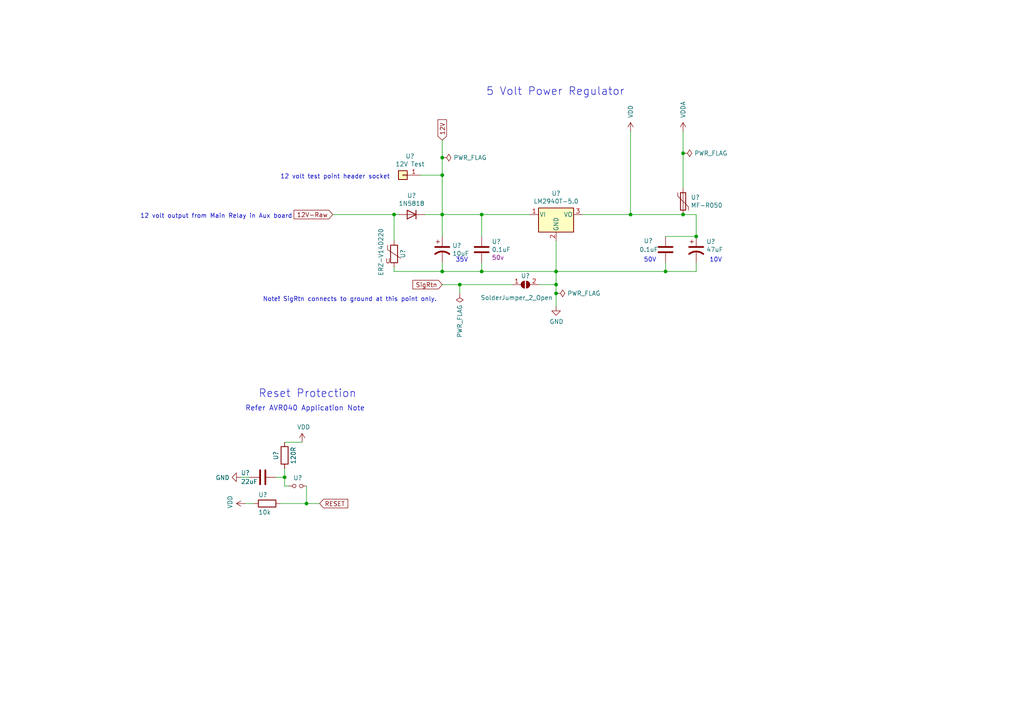
<source format=kicad_sch>
(kicad_sch (version 20211123) (generator eeschema)

  (uuid 69f85043-de98-42a3-8202-813e34a04386)

  (paper "A4")

  (title_block
    (title "DP1600i")
    (date "2022-11-11")
    (company "Robert Hiebert")
  )

  (lib_symbols
    (symbol "Connector_Generic:Conn_01x01" (pin_names (offset 1.016) hide) (in_bom yes) (on_board yes)
      (property "Reference" "J" (id 0) (at 0 2.54 0)
        (effects (font (size 1.27 1.27)))
      )
      (property "Value" "Conn_01x01" (id 1) (at 0 -2.54 0)
        (effects (font (size 1.27 1.27)))
      )
      (property "Footprint" "" (id 2) (at 0 0 0)
        (effects (font (size 1.27 1.27)) hide)
      )
      (property "Datasheet" "~" (id 3) (at 0 0 0)
        (effects (font (size 1.27 1.27)) hide)
      )
      (property "ki_keywords" "connector" (id 4) (at 0 0 0)
        (effects (font (size 1.27 1.27)) hide)
      )
      (property "ki_description" "Generic connector, single row, 01x01, script generated (kicad-library-utils/schlib/autogen/connector/)" (id 5) (at 0 0 0)
        (effects (font (size 1.27 1.27)) hide)
      )
      (property "ki_fp_filters" "Connector*:*_1x??_*" (id 6) (at 0 0 0)
        (effects (font (size 1.27 1.27)) hide)
      )
      (symbol "Conn_01x01_1_1"
        (rectangle (start -1.27 0.127) (end 0 -0.127)
          (stroke (width 0.1524) (type default) (color 0 0 0 0))
          (fill (type none))
        )
        (rectangle (start -1.27 1.27) (end 1.27 -1.27)
          (stroke (width 0.254) (type default) (color 0 0 0 0))
          (fill (type background))
        )
        (pin passive line (at -5.08 0 0) (length 3.81)
          (name "Pin_1" (effects (font (size 1.27 1.27))))
          (number "1" (effects (font (size 1.27 1.27))))
        )
      )
    )
    (symbol "DP1600i-rescue:CP1-Device" (pin_numbers hide) (pin_names (offset 0.254) hide) (in_bom yes) (on_board yes)
      (property "Reference" "C" (id 0) (at 0.635 2.54 0)
        (effects (font (size 1.27 1.27)) (justify left))
      )
      (property "Value" "CP1-Device" (id 1) (at 0.635 -2.54 0)
        (effects (font (size 1.27 1.27)) (justify left))
      )
      (property "Footprint" "" (id 2) (at 0 0 0)
        (effects (font (size 1.27 1.27)) hide)
      )
      (property "Datasheet" "" (id 3) (at 0 0 0)
        (effects (font (size 1.27 1.27)) hide)
      )
      (property "ki_fp_filters" "CP_*" (id 4) (at 0 0 0)
        (effects (font (size 1.27 1.27)) hide)
      )
      (symbol "CP1-Device_0_1"
        (polyline
          (pts
            (xy -2.032 0.762)
            (xy 2.032 0.762)
          )
          (stroke (width 0.508) (type default) (color 0 0 0 0))
          (fill (type none))
        )
        (polyline
          (pts
            (xy -1.778 2.286)
            (xy -0.762 2.286)
          )
          (stroke (width 0) (type default) (color 0 0 0 0))
          (fill (type none))
        )
        (polyline
          (pts
            (xy -1.27 1.778)
            (xy -1.27 2.794)
          )
          (stroke (width 0) (type default) (color 0 0 0 0))
          (fill (type none))
        )
        (arc (start 2.032 -1.27) (mid 0 -0.5572) (end -2.032 -1.27)
          (stroke (width 0.508) (type default) (color 0 0 0 0))
          (fill (type none))
        )
      )
      (symbol "CP1-Device_1_1"
        (pin passive line (at 0 3.81 270) (length 2.794)
          (name "~" (effects (font (size 1.27 1.27))))
          (number "1" (effects (font (size 1.27 1.27))))
        )
        (pin passive line (at 0 -3.81 90) (length 3.302)
          (name "~" (effects (font (size 1.27 1.27))))
          (number "2" (effects (font (size 1.27 1.27))))
        )
      )
    )
    (symbol "DP1600i-rescue:Jumper_NO_Small-Device" (pin_numbers hide) (pin_names (offset 0.762) hide) (in_bom yes) (on_board yes)
      (property "Reference" "JP" (id 0) (at 0 2.032 0)
        (effects (font (size 1.27 1.27)))
      )
      (property "Value" "Jumper_NO_Small-Device" (id 1) (at 0.254 -1.524 0)
        (effects (font (size 1.27 1.27)))
      )
      (property "Footprint" "" (id 2) (at 0 0 0)
        (effects (font (size 1.27 1.27)) hide)
      )
      (property "Datasheet" "" (id 3) (at 0 0 0)
        (effects (font (size 1.27 1.27)) hide)
      )
      (property "ki_fp_filters" "SolderJumper*Open* Jumper* TestPoint*2Pads* TestPoint*Bridge*" (id 4) (at 0 0 0)
        (effects (font (size 1.27 1.27)) hide)
      )
      (symbol "Jumper_NO_Small-Device_0_1"
        (circle (center -1.016 0) (radius 0.508)
          (stroke (width 0) (type default) (color 0 0 0 0))
          (fill (type none))
        )
        (circle (center 1.016 0) (radius 0.508)
          (stroke (width 0) (type default) (color 0 0 0 0))
          (fill (type none))
        )
        (pin passive line (at -2.54 0 0) (length 1.016)
          (name "1" (effects (font (size 1.27 1.27))))
          (number "1" (effects (font (size 1.27 1.27))))
        )
        (pin passive line (at 2.54 0 180) (length 1.016)
          (name "2" (effects (font (size 1.27 1.27))))
          (number "2" (effects (font (size 1.27 1.27))))
        )
      )
    )
    (symbol "Device:C" (pin_numbers hide) (pin_names (offset 0.254)) (in_bom yes) (on_board yes)
      (property "Reference" "C" (id 0) (at 0.635 2.54 0)
        (effects (font (size 1.27 1.27)) (justify left))
      )
      (property "Value" "C" (id 1) (at 0.635 -2.54 0)
        (effects (font (size 1.27 1.27)) (justify left))
      )
      (property "Footprint" "" (id 2) (at 0.9652 -3.81 0)
        (effects (font (size 1.27 1.27)) hide)
      )
      (property "Datasheet" "~" (id 3) (at 0 0 0)
        (effects (font (size 1.27 1.27)) hide)
      )
      (property "ki_keywords" "cap capacitor" (id 4) (at 0 0 0)
        (effects (font (size 1.27 1.27)) hide)
      )
      (property "ki_description" "Unpolarized capacitor" (id 5) (at 0 0 0)
        (effects (font (size 1.27 1.27)) hide)
      )
      (property "ki_fp_filters" "C_*" (id 6) (at 0 0 0)
        (effects (font (size 1.27 1.27)) hide)
      )
      (symbol "C_0_1"
        (polyline
          (pts
            (xy -2.032 -0.762)
            (xy 2.032 -0.762)
          )
          (stroke (width 0.508) (type default) (color 0 0 0 0))
          (fill (type none))
        )
        (polyline
          (pts
            (xy -2.032 0.762)
            (xy 2.032 0.762)
          )
          (stroke (width 0.508) (type default) (color 0 0 0 0))
          (fill (type none))
        )
      )
      (symbol "C_1_1"
        (pin passive line (at 0 3.81 270) (length 2.794)
          (name "~" (effects (font (size 1.27 1.27))))
          (number "1" (effects (font (size 1.27 1.27))))
        )
        (pin passive line (at 0 -3.81 90) (length 2.794)
          (name "~" (effects (font (size 1.27 1.27))))
          (number "2" (effects (font (size 1.27 1.27))))
        )
      )
    )
    (symbol "Device:D" (pin_numbers hide) (pin_names (offset 1.016) hide) (in_bom yes) (on_board yes)
      (property "Reference" "D" (id 0) (at 0 2.54 0)
        (effects (font (size 1.27 1.27)))
      )
      (property "Value" "D" (id 1) (at 0 -2.54 0)
        (effects (font (size 1.27 1.27)))
      )
      (property "Footprint" "" (id 2) (at 0 0 0)
        (effects (font (size 1.27 1.27)) hide)
      )
      (property "Datasheet" "~" (id 3) (at 0 0 0)
        (effects (font (size 1.27 1.27)) hide)
      )
      (property "ki_keywords" "diode" (id 4) (at 0 0 0)
        (effects (font (size 1.27 1.27)) hide)
      )
      (property "ki_description" "Diode" (id 5) (at 0 0 0)
        (effects (font (size 1.27 1.27)) hide)
      )
      (property "ki_fp_filters" "TO-???* *_Diode_* *SingleDiode* D_*" (id 6) (at 0 0 0)
        (effects (font (size 1.27 1.27)) hide)
      )
      (symbol "D_0_1"
        (polyline
          (pts
            (xy -1.27 1.27)
            (xy -1.27 -1.27)
          )
          (stroke (width 0.254) (type default) (color 0 0 0 0))
          (fill (type none))
        )
        (polyline
          (pts
            (xy 1.27 0)
            (xy -1.27 0)
          )
          (stroke (width 0) (type default) (color 0 0 0 0))
          (fill (type none))
        )
        (polyline
          (pts
            (xy 1.27 1.27)
            (xy 1.27 -1.27)
            (xy -1.27 0)
            (xy 1.27 1.27)
          )
          (stroke (width 0.254) (type default) (color 0 0 0 0))
          (fill (type none))
        )
      )
      (symbol "D_1_1"
        (pin passive line (at -3.81 0 0) (length 2.54)
          (name "K" (effects (font (size 1.27 1.27))))
          (number "1" (effects (font (size 1.27 1.27))))
        )
        (pin passive line (at 3.81 0 180) (length 2.54)
          (name "A" (effects (font (size 1.27 1.27))))
          (number "2" (effects (font (size 1.27 1.27))))
        )
      )
    )
    (symbol "Device:Polyfuse" (pin_numbers hide) (pin_names (offset 0)) (in_bom yes) (on_board yes)
      (property "Reference" "F" (id 0) (at -2.54 0 90)
        (effects (font (size 1.27 1.27)))
      )
      (property "Value" "Polyfuse" (id 1) (at 2.54 0 90)
        (effects (font (size 1.27 1.27)))
      )
      (property "Footprint" "" (id 2) (at 1.27 -5.08 0)
        (effects (font (size 1.27 1.27)) (justify left) hide)
      )
      (property "Datasheet" "~" (id 3) (at 0 0 0)
        (effects (font (size 1.27 1.27)) hide)
      )
      (property "ki_keywords" "resettable fuse PTC PPTC polyfuse polyswitch" (id 4) (at 0 0 0)
        (effects (font (size 1.27 1.27)) hide)
      )
      (property "ki_description" "Resettable fuse, polymeric positive temperature coefficient" (id 5) (at 0 0 0)
        (effects (font (size 1.27 1.27)) hide)
      )
      (property "ki_fp_filters" "*polyfuse* *PTC*" (id 6) (at 0 0 0)
        (effects (font (size 1.27 1.27)) hide)
      )
      (symbol "Polyfuse_0_1"
        (rectangle (start -0.762 2.54) (end 0.762 -2.54)
          (stroke (width 0.254) (type default) (color 0 0 0 0))
          (fill (type none))
        )
        (polyline
          (pts
            (xy 0 2.54)
            (xy 0 -2.54)
          )
          (stroke (width 0) (type default) (color 0 0 0 0))
          (fill (type none))
        )
        (polyline
          (pts
            (xy -1.524 2.54)
            (xy -1.524 1.524)
            (xy 1.524 -1.524)
            (xy 1.524 -2.54)
          )
          (stroke (width 0) (type default) (color 0 0 0 0))
          (fill (type none))
        )
      )
      (symbol "Polyfuse_1_1"
        (pin passive line (at 0 3.81 270) (length 1.27)
          (name "~" (effects (font (size 1.27 1.27))))
          (number "1" (effects (font (size 1.27 1.27))))
        )
        (pin passive line (at 0 -3.81 90) (length 1.27)
          (name "~" (effects (font (size 1.27 1.27))))
          (number "2" (effects (font (size 1.27 1.27))))
        )
      )
    )
    (symbol "Device:R" (pin_numbers hide) (pin_names (offset 0)) (in_bom yes) (on_board yes)
      (property "Reference" "R" (id 0) (at 2.032 0 90)
        (effects (font (size 1.27 1.27)))
      )
      (property "Value" "R" (id 1) (at 0 0 90)
        (effects (font (size 1.27 1.27)))
      )
      (property "Footprint" "" (id 2) (at -1.778 0 90)
        (effects (font (size 1.27 1.27)) hide)
      )
      (property "Datasheet" "~" (id 3) (at 0 0 0)
        (effects (font (size 1.27 1.27)) hide)
      )
      (property "ki_keywords" "R res resistor" (id 4) (at 0 0 0)
        (effects (font (size 1.27 1.27)) hide)
      )
      (property "ki_description" "Resistor" (id 5) (at 0 0 0)
        (effects (font (size 1.27 1.27)) hide)
      )
      (property "ki_fp_filters" "R_*" (id 6) (at 0 0 0)
        (effects (font (size 1.27 1.27)) hide)
      )
      (symbol "R_0_1"
        (rectangle (start -1.016 -2.54) (end 1.016 2.54)
          (stroke (width 0.254) (type default) (color 0 0 0 0))
          (fill (type none))
        )
      )
      (symbol "R_1_1"
        (pin passive line (at 0 3.81 270) (length 1.27)
          (name "~" (effects (font (size 1.27 1.27))))
          (number "1" (effects (font (size 1.27 1.27))))
        )
        (pin passive line (at 0 -3.81 90) (length 1.27)
          (name "~" (effects (font (size 1.27 1.27))))
          (number "2" (effects (font (size 1.27 1.27))))
        )
      )
    )
    (symbol "Device:Varistor" (pin_numbers hide) (pin_names (offset 0)) (in_bom yes) (on_board yes)
      (property "Reference" "RV" (id 0) (at 3.175 0 90)
        (effects (font (size 1.27 1.27)))
      )
      (property "Value" "Varistor" (id 1) (at -3.175 0 90)
        (effects (font (size 1.27 1.27)))
      )
      (property "Footprint" "" (id 2) (at -1.778 0 90)
        (effects (font (size 1.27 1.27)) hide)
      )
      (property "Datasheet" "~" (id 3) (at 0 0 0)
        (effects (font (size 1.27 1.27)) hide)
      )
      (property "ki_keywords" "VDR resistance" (id 4) (at 0 0 0)
        (effects (font (size 1.27 1.27)) hide)
      )
      (property "ki_description" "Voltage dependent resistor" (id 5) (at 0 0 0)
        (effects (font (size 1.27 1.27)) hide)
      )
      (property "ki_fp_filters" "RV_* Varistor*" (id 6) (at 0 0 0)
        (effects (font (size 1.27 1.27)) hide)
      )
      (symbol "Varistor_0_0"
        (text "U" (at -1.778 -2.032 0)
          (effects (font (size 1.27 1.27)))
        )
      )
      (symbol "Varistor_0_1"
        (rectangle (start -1.016 -2.54) (end 1.016 2.54)
          (stroke (width 0.254) (type default) (color 0 0 0 0))
          (fill (type none))
        )
        (polyline
          (pts
            (xy -1.905 2.54)
            (xy -1.905 1.27)
            (xy 1.905 -1.27)
          )
          (stroke (width 0) (type default) (color 0 0 0 0))
          (fill (type none))
        )
      )
      (symbol "Varistor_1_1"
        (pin passive line (at 0 3.81 270) (length 1.27)
          (name "~" (effects (font (size 1.27 1.27))))
          (number "1" (effects (font (size 1.27 1.27))))
        )
        (pin passive line (at 0 -3.81 90) (length 1.27)
          (name "~" (effects (font (size 1.27 1.27))))
          (number "2" (effects (font (size 1.27 1.27))))
        )
      )
    )
    (symbol "Jumper:SolderJumper_2_Open" (pin_names (offset 0) hide) (in_bom yes) (on_board yes)
      (property "Reference" "JP" (id 0) (at 0 2.032 0)
        (effects (font (size 1.27 1.27)))
      )
      (property "Value" "SolderJumper_2_Open" (id 1) (at 0 -2.54 0)
        (effects (font (size 1.27 1.27)))
      )
      (property "Footprint" "" (id 2) (at 0 0 0)
        (effects (font (size 1.27 1.27)) hide)
      )
      (property "Datasheet" "~" (id 3) (at 0 0 0)
        (effects (font (size 1.27 1.27)) hide)
      )
      (property "ki_keywords" "solder jumper SPST" (id 4) (at 0 0 0)
        (effects (font (size 1.27 1.27)) hide)
      )
      (property "ki_description" "Solder Jumper, 2-pole, open" (id 5) (at 0 0 0)
        (effects (font (size 1.27 1.27)) hide)
      )
      (property "ki_fp_filters" "SolderJumper*Open*" (id 6) (at 0 0 0)
        (effects (font (size 1.27 1.27)) hide)
      )
      (symbol "SolderJumper_2_Open_0_1"
        (arc (start -0.254 1.016) (mid -1.27 0) (end -0.254 -1.016)
          (stroke (width 0) (type default) (color 0 0 0 0))
          (fill (type none))
        )
        (arc (start -0.254 1.016) (mid -1.27 0) (end -0.254 -1.016)
          (stroke (width 0) (type default) (color 0 0 0 0))
          (fill (type outline))
        )
        (polyline
          (pts
            (xy -0.254 1.016)
            (xy -0.254 -1.016)
          )
          (stroke (width 0) (type default) (color 0 0 0 0))
          (fill (type none))
        )
        (polyline
          (pts
            (xy 0.254 1.016)
            (xy 0.254 -1.016)
          )
          (stroke (width 0) (type default) (color 0 0 0 0))
          (fill (type none))
        )
        (arc (start 0.254 -1.016) (mid 1.27 0) (end 0.254 1.016)
          (stroke (width 0) (type default) (color 0 0 0 0))
          (fill (type none))
        )
        (arc (start 0.254 -1.016) (mid 1.27 0) (end 0.254 1.016)
          (stroke (width 0) (type default) (color 0 0 0 0))
          (fill (type outline))
        )
      )
      (symbol "SolderJumper_2_Open_1_1"
        (pin passive line (at -3.81 0 0) (length 2.54)
          (name "A" (effects (font (size 1.27 1.27))))
          (number "1" (effects (font (size 1.27 1.27))))
        )
        (pin passive line (at 3.81 0 180) (length 2.54)
          (name "B" (effects (font (size 1.27 1.27))))
          (number "2" (effects (font (size 1.27 1.27))))
        )
      )
    )
    (symbol "Regulator_Linear:LM2937xS" (pin_names (offset 0.254)) (in_bom yes) (on_board yes)
      (property "Reference" "U" (id 0) (at -3.81 3.175 0)
        (effects (font (size 1.27 1.27)))
      )
      (property "Value" "LM2937xS" (id 1) (at 0 3.175 0)
        (effects (font (size 1.27 1.27)) (justify left))
      )
      (property "Footprint" "Package_TO_SOT_SMD:TO-263-3_TabPin2" (id 2) (at 0 5.715 0)
        (effects (font (size 1.27 1.27) italic) hide)
      )
      (property "Datasheet" "http://www.ti.com/lit/ds/symlink/lm2937.pdf" (id 3) (at 0 -1.27 0)
        (effects (font (size 1.27 1.27)) hide)
      )
      (property "ki_keywords" "Voltage Regulator Low Dropuout Positive LDO" (id 4) (at 0 0 0)
        (effects (font (size 1.27 1.27)) hide)
      )
      (property "ki_description" "500-mA Low Dropout Regulator, TO-263" (id 5) (at 0 0 0)
        (effects (font (size 1.27 1.27)) hide)
      )
      (property "ki_fp_filters" "TO?263*" (id 6) (at 0 0 0)
        (effects (font (size 1.27 1.27)) hide)
      )
      (symbol "LM2937xS_0_1"
        (rectangle (start -5.08 -5.08) (end 5.08 1.905)
          (stroke (width 0.254) (type default) (color 0 0 0 0))
          (fill (type background))
        )
      )
      (symbol "LM2937xS_1_1"
        (pin power_in line (at -7.62 0 0) (length 2.54)
          (name "VI" (effects (font (size 1.27 1.27))))
          (number "1" (effects (font (size 1.27 1.27))))
        )
        (pin power_in line (at 0 -7.62 90) (length 2.54)
          (name "GND" (effects (font (size 1.27 1.27))))
          (number "2" (effects (font (size 1.27 1.27))))
        )
        (pin power_out line (at 7.62 0 180) (length 2.54)
          (name "VO" (effects (font (size 1.27 1.27))))
          (number "3" (effects (font (size 1.27 1.27))))
        )
      )
    )
    (symbol "power:GND" (power) (pin_names (offset 0)) (in_bom yes) (on_board yes)
      (property "Reference" "#PWR" (id 0) (at 0 -6.35 0)
        (effects (font (size 1.27 1.27)) hide)
      )
      (property "Value" "GND" (id 1) (at 0 -3.81 0)
        (effects (font (size 1.27 1.27)))
      )
      (property "Footprint" "" (id 2) (at 0 0 0)
        (effects (font (size 1.27 1.27)) hide)
      )
      (property "Datasheet" "" (id 3) (at 0 0 0)
        (effects (font (size 1.27 1.27)) hide)
      )
      (property "ki_keywords" "power-flag" (id 4) (at 0 0 0)
        (effects (font (size 1.27 1.27)) hide)
      )
      (property "ki_description" "Power symbol creates a global label with name \"GND\" , ground" (id 5) (at 0 0 0)
        (effects (font (size 1.27 1.27)) hide)
      )
      (symbol "GND_0_1"
        (polyline
          (pts
            (xy 0 0)
            (xy 0 -1.27)
            (xy 1.27 -1.27)
            (xy 0 -2.54)
            (xy -1.27 -1.27)
            (xy 0 -1.27)
          )
          (stroke (width 0) (type default) (color 0 0 0 0))
          (fill (type none))
        )
      )
      (symbol "GND_1_1"
        (pin power_in line (at 0 0 270) (length 0) hide
          (name "GND" (effects (font (size 1.27 1.27))))
          (number "1" (effects (font (size 1.27 1.27))))
        )
      )
    )
    (symbol "power:PWR_FLAG" (power) (pin_numbers hide) (pin_names (offset 0) hide) (in_bom yes) (on_board yes)
      (property "Reference" "#FLG" (id 0) (at 0 1.905 0)
        (effects (font (size 1.27 1.27)) hide)
      )
      (property "Value" "PWR_FLAG" (id 1) (at 0 3.81 0)
        (effects (font (size 1.27 1.27)))
      )
      (property "Footprint" "" (id 2) (at 0 0 0)
        (effects (font (size 1.27 1.27)) hide)
      )
      (property "Datasheet" "~" (id 3) (at 0 0 0)
        (effects (font (size 1.27 1.27)) hide)
      )
      (property "ki_keywords" "power-flag" (id 4) (at 0 0 0)
        (effects (font (size 1.27 1.27)) hide)
      )
      (property "ki_description" "Special symbol for telling ERC where power comes from" (id 5) (at 0 0 0)
        (effects (font (size 1.27 1.27)) hide)
      )
      (symbol "PWR_FLAG_0_0"
        (pin power_out line (at 0 0 90) (length 0)
          (name "pwr" (effects (font (size 1.27 1.27))))
          (number "1" (effects (font (size 1.27 1.27))))
        )
      )
      (symbol "PWR_FLAG_0_1"
        (polyline
          (pts
            (xy 0 0)
            (xy 0 1.27)
            (xy -1.016 1.905)
            (xy 0 2.54)
            (xy 1.016 1.905)
            (xy 0 1.27)
          )
          (stroke (width 0) (type default) (color 0 0 0 0))
          (fill (type none))
        )
      )
    )
    (symbol "power:VDD" (power) (pin_names (offset 0)) (in_bom yes) (on_board yes)
      (property "Reference" "#PWR" (id 0) (at 0 -3.81 0)
        (effects (font (size 1.27 1.27)) hide)
      )
      (property "Value" "VDD" (id 1) (at 0 3.81 0)
        (effects (font (size 1.27 1.27)))
      )
      (property "Footprint" "" (id 2) (at 0 0 0)
        (effects (font (size 1.27 1.27)) hide)
      )
      (property "Datasheet" "" (id 3) (at 0 0 0)
        (effects (font (size 1.27 1.27)) hide)
      )
      (property "ki_keywords" "power-flag" (id 4) (at 0 0 0)
        (effects (font (size 1.27 1.27)) hide)
      )
      (property "ki_description" "Power symbol creates a global label with name \"VDD\"" (id 5) (at 0 0 0)
        (effects (font (size 1.27 1.27)) hide)
      )
      (symbol "VDD_0_1"
        (polyline
          (pts
            (xy -0.762 1.27)
            (xy 0 2.54)
          )
          (stroke (width 0) (type default) (color 0 0 0 0))
          (fill (type none))
        )
        (polyline
          (pts
            (xy 0 0)
            (xy 0 2.54)
          )
          (stroke (width 0) (type default) (color 0 0 0 0))
          (fill (type none))
        )
        (polyline
          (pts
            (xy 0 2.54)
            (xy 0.762 1.27)
          )
          (stroke (width 0) (type default) (color 0 0 0 0))
          (fill (type none))
        )
      )
      (symbol "VDD_1_1"
        (pin power_in line (at 0 0 90) (length 0) hide
          (name "VDD" (effects (font (size 1.27 1.27))))
          (number "1" (effects (font (size 1.27 1.27))))
        )
      )
    )
    (symbol "power:VDDA" (power) (pin_names (offset 0)) (in_bom yes) (on_board yes)
      (property "Reference" "#PWR" (id 0) (at 0 -3.81 0)
        (effects (font (size 1.27 1.27)) hide)
      )
      (property "Value" "VDDA" (id 1) (at 0 3.81 0)
        (effects (font (size 1.27 1.27)))
      )
      (property "Footprint" "" (id 2) (at 0 0 0)
        (effects (font (size 1.27 1.27)) hide)
      )
      (property "Datasheet" "" (id 3) (at 0 0 0)
        (effects (font (size 1.27 1.27)) hide)
      )
      (property "ki_keywords" "power-flag" (id 4) (at 0 0 0)
        (effects (font (size 1.27 1.27)) hide)
      )
      (property "ki_description" "Power symbol creates a global label with name \"VDDA\"" (id 5) (at 0 0 0)
        (effects (font (size 1.27 1.27)) hide)
      )
      (symbol "VDDA_0_1"
        (polyline
          (pts
            (xy -0.762 1.27)
            (xy 0 2.54)
          )
          (stroke (width 0) (type default) (color 0 0 0 0))
          (fill (type none))
        )
        (polyline
          (pts
            (xy 0 0)
            (xy 0 2.54)
          )
          (stroke (width 0) (type default) (color 0 0 0 0))
          (fill (type none))
        )
        (polyline
          (pts
            (xy 0 2.54)
            (xy 0.762 1.27)
          )
          (stroke (width 0) (type default) (color 0 0 0 0))
          (fill (type none))
        )
      )
      (symbol "VDDA_1_1"
        (pin power_in line (at 0 0 90) (length 0) hide
          (name "VDDA" (effects (font (size 1.27 1.27))))
          (number "1" (effects (font (size 1.27 1.27))))
        )
      )
    )
  )

  (junction (at 201.93 68.58) (diameter 0) (color 0 0 0 0)
    (uuid 09b754ff-b921-4a0e-acbe-b8f7c94d5097)
  )
  (junction (at 114.3 62.23) (diameter 0) (color 0 0 0 0)
    (uuid 182e914f-5bd0-46e2-9235-9db992060274)
  )
  (junction (at 198.12 44.45) (diameter 0) (color 0 0 0 0)
    (uuid 206364bf-c9f3-4894-8214-7dd2a0c6056f)
  )
  (junction (at 139.7 78.74) (diameter 0) (color 0 0 0 0)
    (uuid 33d89f3d-0807-4d66-82e7-de68f1787cdb)
  )
  (junction (at 128.27 45.72) (diameter 0) (color 0 0 0 0)
    (uuid 34ac821a-34d1-43fe-a44f-0c1767915c3c)
  )
  (junction (at 161.29 85.09) (diameter 0) (color 0 0 0 0)
    (uuid 37083bb8-de0d-4b74-982f-e51a0e166b26)
  )
  (junction (at 128.27 78.74) (diameter 0) (color 0 0 0 0)
    (uuid 44c5a0c2-9a41-4a42-9a7c-8f78d8fba118)
  )
  (junction (at 88.9 146.05) (diameter 0) (color 0 0 0 0)
    (uuid 4bd00640-9a01-4546-b5b5-106cf3a69d55)
  )
  (junction (at 198.12 62.23) (diameter 0) (color 0 0 0 0)
    (uuid 5ac66c45-fb05-4370-90e0-c53cfb7a8f81)
  )
  (junction (at 161.29 78.74) (diameter 0) (color 0 0 0 0)
    (uuid 60e6aa71-ef52-4b7b-9a23-2d9278b78578)
  )
  (junction (at 182.88 62.23) (diameter 0) (color 0 0 0 0)
    (uuid 70af37af-e0a2-4656-b726-70c4332aaa9e)
  )
  (junction (at 133.35 82.55) (diameter 0) (color 0 0 0 0)
    (uuid 7304aefd-bae0-4197-a786-cb8ffbb04287)
  )
  (junction (at 128.27 50.8) (diameter 0) (color 0 0 0 0)
    (uuid 7ce5fa2d-2360-40cc-a2c8-f04ef6943880)
  )
  (junction (at 82.55 138.43) (diameter 0) (color 0 0 0 0)
    (uuid 90518c23-a55c-478b-ad0e-262a8cb4d605)
  )
  (junction (at 128.27 62.23) (diameter 0) (color 0 0 0 0)
    (uuid a848f3fe-5e15-44f2-ab1f-a63a47096de6)
  )
  (junction (at 193.04 78.74) (diameter 0) (color 0 0 0 0)
    (uuid c42a54ce-f6e6-45df-a579-210d0e14acaf)
  )
  (junction (at 139.7 62.23) (diameter 0) (color 0 0 0 0)
    (uuid d36b2517-29f0-43a3-bcea-ec11a160ef2b)
  )
  (junction (at 161.29 82.55) (diameter 0) (color 0 0 0 0)
    (uuid edb1195c-2873-4282-a3d9-f4a5baa81e05)
  )

  (wire (pts (xy 139.7 76.2) (xy 139.7 78.74))
    (stroke (width 0) (type default) (color 0 0 0 0))
    (uuid 11ca058b-95d4-4f7c-8823-8eb0f7494799)
  )
  (wire (pts (xy 82.55 138.43) (xy 82.55 135.89))
    (stroke (width 0) (type default) (color 0 0 0 0))
    (uuid 130316f7-7ece-4001-a2b7-741b2484e958)
  )
  (wire (pts (xy 114.3 62.23) (xy 115.57 62.23))
    (stroke (width 0) (type default) (color 0 0 0 0))
    (uuid 13760f03-229b-405a-a628-8d0740d21532)
  )
  (wire (pts (xy 128.27 45.72) (xy 128.27 40.64))
    (stroke (width 0) (type default) (color 0 0 0 0))
    (uuid 17091408-adbb-46c0-9752-855fe078e20c)
  )
  (wire (pts (xy 128.27 76.2) (xy 128.27 78.74))
    (stroke (width 0) (type default) (color 0 0 0 0))
    (uuid 19e7aef1-1696-406e-895e-2aee5175d812)
  )
  (wire (pts (xy 161.29 82.55) (xy 161.29 85.09))
    (stroke (width 0) (type default) (color 0 0 0 0))
    (uuid 2ae66d0d-91d8-4fb7-a873-34631e5e651f)
  )
  (wire (pts (xy 82.55 140.97) (xy 82.55 138.43))
    (stroke (width 0) (type default) (color 0 0 0 0))
    (uuid 2b37af83-1bf2-4972-a7d1-2dd177d08efc)
  )
  (wire (pts (xy 182.88 38.1) (xy 182.88 62.23))
    (stroke (width 0) (type default) (color 0 0 0 0))
    (uuid 2c2a251e-1e55-48c6-b8d0-cde4d4ff883f)
  )
  (wire (pts (xy 88.9 140.97) (xy 88.9 146.05))
    (stroke (width 0) (type default) (color 0 0 0 0))
    (uuid 2f1f25a2-f8eb-4e25-87f7-91e181398a45)
  )
  (wire (pts (xy 81.28 146.05) (xy 88.9 146.05))
    (stroke (width 0) (type default) (color 0 0 0 0))
    (uuid 2f9d0178-94ab-430a-b495-f8e260cb3ccd)
  )
  (wire (pts (xy 201.93 62.23) (xy 201.93 68.58))
    (stroke (width 0) (type default) (color 0 0 0 0))
    (uuid 36a091b9-ab57-4dd4-88f4-a4cd55fd4fa0)
  )
  (wire (pts (xy 128.27 82.55) (xy 133.35 82.55))
    (stroke (width 0) (type default) (color 0 0 0 0))
    (uuid 3b4bfa9d-99de-4fdb-a071-280a7aed2eb3)
  )
  (wire (pts (xy 114.3 78.74) (xy 128.27 78.74))
    (stroke (width 0) (type default) (color 0 0 0 0))
    (uuid 3dfd7977-d62e-4141-bddc-87a7a8c8fa4c)
  )
  (wire (pts (xy 133.35 82.55) (xy 148.59 82.55))
    (stroke (width 0) (type default) (color 0 0 0 0))
    (uuid 3e53d8ab-147b-45bf-964c-07f98d27f090)
  )
  (wire (pts (xy 114.3 69.85) (xy 114.3 62.23))
    (stroke (width 0) (type default) (color 0 0 0 0))
    (uuid 45870d73-1378-4702-9fa2-70fd56518f5a)
  )
  (wire (pts (xy 96.52 62.23) (xy 114.3 62.23))
    (stroke (width 0) (type default) (color 0 0 0 0))
    (uuid 4afeaef5-799b-4c51-b76c-abe2ed56ebb3)
  )
  (wire (pts (xy 198.12 38.1) (xy 198.12 44.45))
    (stroke (width 0) (type default) (color 0 0 0 0))
    (uuid 4bc3d269-a5df-4192-ba3f-3dc35423cd16)
  )
  (wire (pts (xy 201.93 76.2) (xy 201.93 78.74))
    (stroke (width 0) (type default) (color 0 0 0 0))
    (uuid 4eb2550b-ba7b-4c83-bc20-37bb850993d2)
  )
  (wire (pts (xy 161.29 78.74) (xy 161.29 82.55))
    (stroke (width 0) (type default) (color 0 0 0 0))
    (uuid 62ec4465-f661-4424-a05b-86a4bbe27e4d)
  )
  (wire (pts (xy 161.29 69.85) (xy 161.29 78.74))
    (stroke (width 0) (type default) (color 0 0 0 0))
    (uuid 6346225e-db3f-4414-976a-89dfc8c9678f)
  )
  (wire (pts (xy 182.88 62.23) (xy 198.12 62.23))
    (stroke (width 0) (type default) (color 0 0 0 0))
    (uuid 6d1e8533-7e24-47d0-a0fb-e38a13d360e6)
  )
  (wire (pts (xy 201.93 78.74) (xy 193.04 78.74))
    (stroke (width 0) (type default) (color 0 0 0 0))
    (uuid 6daebae1-21f6-4e5e-89cf-1eb0fbe1f840)
  )
  (wire (pts (xy 161.29 85.09) (xy 161.29 88.9))
    (stroke (width 0) (type default) (color 0 0 0 0))
    (uuid 74b263c4-1505-40d9-9d27-a4f362de1027)
  )
  (wire (pts (xy 121.92 50.8) (xy 128.27 50.8))
    (stroke (width 0) (type default) (color 0 0 0 0))
    (uuid 8ab9e9a7-696e-40e9-9fad-5c053be453a1)
  )
  (wire (pts (xy 128.27 78.74) (xy 139.7 78.74))
    (stroke (width 0) (type default) (color 0 0 0 0))
    (uuid 9014c3b3-51ce-4745-9dc4-61e45be89b2e)
  )
  (wire (pts (xy 123.19 62.23) (xy 128.27 62.23))
    (stroke (width 0) (type default) (color 0 0 0 0))
    (uuid 90e8f6f5-f05e-4407-bc3b-bf877225f353)
  )
  (wire (pts (xy 80.01 138.43) (xy 82.55 138.43))
    (stroke (width 0) (type default) (color 0 0 0 0))
    (uuid 9227aedc-d2cd-46f3-9ef2-5c188790406e)
  )
  (wire (pts (xy 69.85 138.43) (xy 72.39 138.43))
    (stroke (width 0) (type default) (color 0 0 0 0))
    (uuid 95002949-6fad-4243-90f7-e2e6f20b5607)
  )
  (wire (pts (xy 139.7 68.58) (xy 139.7 62.23))
    (stroke (width 0) (type default) (color 0 0 0 0))
    (uuid 960b6671-c533-4151-a242-5152da80c133)
  )
  (wire (pts (xy 156.21 82.55) (xy 161.29 82.55))
    (stroke (width 0) (type default) (color 0 0 0 0))
    (uuid 9e0c589d-f479-45c7-bc2c-3694e205c619)
  )
  (wire (pts (xy 82.55 128.27) (xy 87.63 128.27))
    (stroke (width 0) (type default) (color 0 0 0 0))
    (uuid a6f94625-8c9d-4158-86f3-b150ec617d9d)
  )
  (wire (pts (xy 133.35 85.09) (xy 133.35 82.55))
    (stroke (width 0) (type default) (color 0 0 0 0))
    (uuid a996bd18-0b15-470a-839e-7c7296f8d2c8)
  )
  (wire (pts (xy 193.04 68.58) (xy 201.93 68.58))
    (stroke (width 0) (type default) (color 0 0 0 0))
    (uuid c5abcae6-76fa-406b-8fed-359d3e1b71fb)
  )
  (wire (pts (xy 139.7 78.74) (xy 161.29 78.74))
    (stroke (width 0) (type default) (color 0 0 0 0))
    (uuid cdb8aa0d-8a80-4ddf-ae03-2cb1d84eeaee)
  )
  (wire (pts (xy 82.55 140.97) (xy 83.82 140.97))
    (stroke (width 0) (type default) (color 0 0 0 0))
    (uuid ced81842-6ee1-43ca-9ef2-6f27771505fe)
  )
  (wire (pts (xy 193.04 76.2) (xy 193.04 78.74))
    (stroke (width 0) (type default) (color 0 0 0 0))
    (uuid d2a474c1-ecee-4c30-9364-867a2108d0ed)
  )
  (wire (pts (xy 168.91 62.23) (xy 182.88 62.23))
    (stroke (width 0) (type default) (color 0 0 0 0))
    (uuid da462461-c412-4401-bad4-6a7afd222d99)
  )
  (wire (pts (xy 71.12 146.05) (xy 73.66 146.05))
    (stroke (width 0) (type default) (color 0 0 0 0))
    (uuid daff63c7-bce2-4014-9e75-97ac1c5e10df)
  )
  (wire (pts (xy 128.27 62.23) (xy 139.7 62.23))
    (stroke (width 0) (type default) (color 0 0 0 0))
    (uuid df6d2515-9682-4c5d-8426-9b8ba6efa161)
  )
  (wire (pts (xy 198.12 44.45) (xy 198.12 54.61))
    (stroke (width 0) (type default) (color 0 0 0 0))
    (uuid df90b959-cdcb-4f3b-9db3-4cc31487bd35)
  )
  (wire (pts (xy 139.7 62.23) (xy 153.67 62.23))
    (stroke (width 0) (type default) (color 0 0 0 0))
    (uuid e3d20242-ddb9-4e45-9119-4827f60c816e)
  )
  (wire (pts (xy 128.27 62.23) (xy 128.27 68.58))
    (stroke (width 0) (type default) (color 0 0 0 0))
    (uuid ec8ec5d5-7596-4cd8-ae20-5d0dbd5674a1)
  )
  (wire (pts (xy 88.9 146.05) (xy 92.71 146.05))
    (stroke (width 0) (type default) (color 0 0 0 0))
    (uuid eea1069d-3f75-48f9-aaa3-fbd66499a7d6)
  )
  (wire (pts (xy 128.27 50.8) (xy 128.27 62.23))
    (stroke (width 0) (type default) (color 0 0 0 0))
    (uuid ef3dc0d3-8273-41e8-830c-598801de69e2)
  )
  (wire (pts (xy 198.12 62.23) (xy 201.93 62.23))
    (stroke (width 0) (type default) (color 0 0 0 0))
    (uuid f22efe64-285e-40cc-8a36-74bceb071405)
  )
  (wire (pts (xy 161.29 78.74) (xy 193.04 78.74))
    (stroke (width 0) (type default) (color 0 0 0 0))
    (uuid f2b8b22e-ab11-42c5-8451-4a2ed58ff118)
  )
  (wire (pts (xy 128.27 45.72) (xy 128.27 50.8))
    (stroke (width 0) (type default) (color 0 0 0 0))
    (uuid f807125e-9622-4066-b53a-01ec4234ddba)
  )
  (wire (pts (xy 114.3 78.74) (xy 114.3 77.47))
    (stroke (width 0) (type default) (color 0 0 0 0))
    (uuid faa747e9-a058-4714-843d-0a9caf3dcbfd)
  )

  (text "12 volt output from Main Relay in Aux board" (at 40.64 63.5 0)
    (effects (font (size 1.27 1.27)) (justify left bottom))
    (uuid 0210821a-f7eb-4951-9fb2-aeac027b50f7)
  )
  (text "10V" (at 205.74 76.2 0)
    (effects (font (size 1.27 1.27)) (justify left bottom))
    (uuid 14ef3b86-793d-41d7-a923-374afaf5d7c3)
  )
  (text "Reset Protection" (at 74.93 115.57 0)
    (effects (font (size 2.2606 2.2606)) (justify left bottom))
    (uuid 2e6598e5-e670-4eaf-80cb-f0bc884c60b1)
  )
  (text "35V" (at 132.08 76.2 0)
    (effects (font (size 1.27 1.27)) (justify left bottom))
    (uuid 3cc82f80-e73d-4008-b80a-ce743ab4f479)
  )
  (text "Note! SigRtn connects to ground at this point only."
    (at 76.2 87.63 0)
    (effects (font (size 1.27 1.27)) (justify left bottom))
    (uuid 493235b3-ef65-4586-92c9-d1c6c3d39d88)
  )
  (text "50V" (at 186.69 76.2 0)
    (effects (font (size 1.27 1.27)) (justify left bottom))
    (uuid 4bf23c2c-0f6d-46ca-988f-fa1fc57aff2f)
  )
  (text "12 volt test point header socket" (at 81.28 52.07 0)
    (effects (font (size 1.27 1.27)) (justify left bottom))
    (uuid 5c2c7530-db7b-4585-b84e-2919b859753b)
  )
  (text "Refer AVR040 Application Note" (at 71.12 119.38 0)
    (effects (font (size 1.4732 1.4732)) (justify left bottom))
    (uuid 92f1ffae-3afe-494c-b9c1-c87c7bfb0ff7)
  )
  (text "5 Volt Power Regulator" (at 140.97 27.94 0)
    (effects (font (size 2.2606 2.2606)) (justify left bottom))
    (uuid aa14ec10-0c72-4e58-b5d2-ebd28cc59e2e)
  )

  (global_label "SigRtn" (shape input) (at 128.27 82.55 180) (fields_autoplaced)
    (effects (font (size 1.27 1.27)) (justify right))
    (uuid 0037988d-ef21-4b9a-bfd9-885adffdc076)
    (property "Intersheet References" "${INTERSHEET_REFS}" (id 0) (at 0 0 0)
      (effects (font (size 1.27 1.27)) hide)
    )
  )
  (global_label "RESET" (shape input) (at 92.71 146.05 0) (fields_autoplaced)
    (effects (font (size 1.27 1.27)) (justify left))
    (uuid 354ede3d-10a8-4919-9f9b-9cee77ae750a)
    (property "Intersheet References" "${INTERSHEET_REFS}" (id 0) (at 0 0 0)
      (effects (font (size 1.27 1.27)) hide)
    )
  )
  (global_label "12V-Raw" (shape input) (at 96.52 62.23 180) (fields_autoplaced)
    (effects (font (size 1.27 1.27)) (justify right))
    (uuid 7f1cec06-2b13-4a6c-b61d-38e6547fa25d)
    (property "Intersheet References" "${INTERSHEET_REFS}" (id 0) (at 0 0 0)
      (effects (font (size 1.27 1.27)) hide)
    )
  )
  (global_label "12V" (shape input) (at 128.27 40.64 90) (fields_autoplaced)
    (effects (font (size 1.27 1.27)) (justify left))
    (uuid b1ff9854-3042-4412-ab60-ee5c60c4075a)
    (property "Intersheet References" "${INTERSHEET_REFS}" (id 0) (at 0 0 0)
      (effects (font (size 1.27 1.27)) hide)
    )
  )

  (symbol (lib_id "Device:C") (at 139.7 72.39 0) (unit 1)
    (in_bom yes) (on_board yes)
    (uuid 00000000-0000-0000-0000-00005cd23bd5)
    (property "Reference" "" (id 0) (at 142.621 70.0786 0)
      (effects (font (size 1.27 1.27)) (justify left))
    )
    (property "Value" "0.1uF" (id 1) (at 142.621 72.39 0)
      (effects (font (size 1.27 1.27)) (justify left))
    )
    (property "Footprint" "Capacitor_THT:C_Disc_D5.0mm_W2.5mm_P2.50mm" (id 2) (at 140.6652 76.2 0)
      (effects (font (size 1.27 1.27)) hide)
    )
    (property "Datasheet" "~" (id 3) (at 139.7 72.39 0)
      (effects (font (size 1.27 1.27)) hide)
    )
    (property "Voltage" "50v" (id 4) (at 142.621 74.7014 0)
      (effects (font (size 1.27 1.27)) (justify left))
    )
    (property "Digikey Part Number" "445-180563-1-ND" (id 5) (at 0 144.78 0)
      (effects (font (size 1.27 1.27)) hide)
    )
    (property "Manufacturer_Name" "TDK" (id 6) (at 0 144.78 0)
      (effects (font (size 1.27 1.27)) hide)
    )
    (property "Manufacturer_Part_Number" "FA18X8R1E104KNU06" (id 7) (at 0 144.78 0)
      (effects (font (size 1.27 1.27)) hide)
    )
    (property "URL" "https://www.digikey.com.au/product-detail/en/tdk-corporation/FA18X8R1E104KNU06/445-180563-1-ND/9560689" (id 8) (at 0 144.78 0)
      (effects (font (size 1.27 1.27)) hide)
    )
    (pin "1" (uuid e141f570-08cf-4a5b-91fb-7b7b362c9b21))
    (pin "2" (uuid 3f43a193-29b1-4fc0-bd00-04b643c2c65d))
  )

  (symbol (lib_id "DP1600i-rescue:CP1-Device") (at 128.27 72.39 0) (unit 1)
    (in_bom yes) (on_board yes)
    (uuid 00000000-0000-0000-0000-00005cd2461d)
    (property "Reference" "" (id 0) (at 131.191 71.2216 0)
      (effects (font (size 1.27 1.27)) (justify left))
    )
    (property "Value" "10uF" (id 1) (at 131.191 73.533 0)
      (effects (font (size 1.27 1.27)) (justify left))
    )
    (property "Footprint" "Capacitor_THT:CP_Radial_D5.0mm_P2.00mm" (id 2) (at 128.27 72.39 0)
      (effects (font (size 1.27 1.27)) hide)
    )
    (property "Datasheet" "" (id 3) (at 128.27 72.39 0)
      (effects (font (size 1.27 1.27)) hide)
    )
    (property "Voltage" "50v" (id 4) (at 128.27 72.39 0)
      (effects (font (size 1.27 1.27)) hide)
    )
    (property "Digikey Part Number" "P10316-ND" (id 5) (at 0 144.78 0)
      (effects (font (size 1.27 1.27)) hide)
    )
    (property "Manufacturer_Name" "Panasonic" (id 6) (at 0 144.78 0)
      (effects (font (size 1.27 1.27)) hide)
    )
    (property "Manufacturer_Part_Number" "EEU-FC1H100L" (id 7) (at 0 144.78 0)
      (effects (font (size 1.27 1.27)) hide)
    )
    (property "URL" "https://www.digikey.com.au/product-detail/en/panasonic-electronic-components/EEU-FC1H100L/P10316-ND/266325" (id 8) (at 0 144.78 0)
      (effects (font (size 1.27 1.27)) hide)
    )
    (pin "1" (uuid 5c8dcc8d-3fc4-4125-a66f-1fe50f21ee2f))
    (pin "2" (uuid 0d2bc029-0247-4040-b544-14be96b9d831))
  )

  (symbol (lib_id "power:VDD") (at 182.88 38.1 0) (unit 1)
    (in_bom yes) (on_board yes)
    (uuid 00000000-0000-0000-0000-00005cd27956)
    (property "Reference" "#PWR035" (id 0) (at 182.88 41.91 0)
      (effects (font (size 1.27 1.27)) hide)
    )
    (property "Value" "VDD" (id 1) (at 182.88 34.29 90)
      (effects (font (size 1.27 1.27)) (justify left))
    )
    (property "Footprint" "" (id 2) (at 182.88 38.1 0)
      (effects (font (size 1.27 1.27)) hide)
    )
    (property "Datasheet" "" (id 3) (at 182.88 38.1 0)
      (effects (font (size 1.27 1.27)) hide)
    )
    (pin "1" (uuid ab8a2641-fac9-48d0-a713-432465322110))
  )

  (symbol (lib_id "Device:C") (at 193.04 72.39 0) (unit 1)
    (in_bom yes) (on_board yes)
    (uuid 00000000-0000-0000-0000-00005cd284e9)
    (property "Reference" "" (id 0) (at 186.69 69.85 0)
      (effects (font (size 1.27 1.27)) (justify left))
    )
    (property "Value" "0.1uF" (id 1) (at 185.42 72.39 0)
      (effects (font (size 1.27 1.27)) (justify left))
    )
    (property "Footprint" "Capacitor_THT:C_Disc_D5.0mm_W2.5mm_P2.50mm" (id 2) (at 194.0052 76.2 0)
      (effects (font (size 1.27 1.27)) hide)
    )
    (property "Datasheet" "~" (id 3) (at 193.04 72.39 0)
      (effects (font (size 1.27 1.27)) hide)
    )
    (property "Digikey Part Number" "445-180563-1-ND" (id 4) (at 17.78 144.78 0)
      (effects (font (size 1.27 1.27)) hide)
    )
    (property "Manufacturer_Name" "TDK" (id 5) (at 17.78 144.78 0)
      (effects (font (size 1.27 1.27)) hide)
    )
    (property "Manufacturer_Part_Number" "FA18X8R1E104KNU06" (id 6) (at 17.78 144.78 0)
      (effects (font (size 1.27 1.27)) hide)
    )
    (property "URL" "https://www.digikey.com.au/product-detail/en/tdk-corporation/FA18X8R1E104KNU06/445-180563-1-ND/9560689" (id 7) (at 17.78 144.78 0)
      (effects (font (size 1.27 1.27)) hide)
    )
    (pin "1" (uuid 8299a773-f760-405a-a4d6-7d8aaa6d23f9))
    (pin "2" (uuid 1f939a89-1232-4b65-ad37-b6dda5ec350b))
  )

  (symbol (lib_id "DP1600i-rescue:CP1-Device") (at 201.93 72.39 0) (unit 1)
    (in_bom yes) (on_board yes)
    (uuid 00000000-0000-0000-0000-00005cd2925e)
    (property "Reference" "" (id 0) (at 204.851 70.0786 0)
      (effects (font (size 1.27 1.27)) (justify left))
    )
    (property "Value" "47uF" (id 1) (at 204.851 72.39 0)
      (effects (font (size 1.27 1.27)) (justify left))
    )
    (property "Footprint" "Capacitor_THT:CP_Radial_D8.0mm_P5.00mm" (id 2) (at 201.93 72.39 0)
      (effects (font (size 1.27 1.27)) hide)
    )
    (property "Datasheet" "" (id 3) (at 201.93 72.39 0)
      (effects (font (size 1.27 1.27)) hide)
    )
    (property "Voltage" "" (id 4) (at 204.851 74.7014 0)
      (effects (font (size 1.27 1.27)) (justify left))
    )
    (property "Digikey Part Number" "P19658CT-ND" (id 5) (at 17.78 144.78 0)
      (effects (font (size 1.27 1.27)) hide)
    )
    (property "Manufacturer_Name" "Panasonic" (id 6) (at 17.78 144.78 0)
      (effects (font (size 1.27 1.27)) hide)
    )
    (property "Manufacturer_Part_Number" "EEU-FC1H470B" (id 7) (at 17.78 144.78 0)
      (effects (font (size 1.27 1.27)) hide)
    )
    (property "URL" "" (id 8) (at 17.78 144.78 0)
      (effects (font (size 1.27 1.27)) hide)
    )
    (pin "1" (uuid ba7703b3-8b10-4ab4-ba5a-1c1e10e1bc3f))
    (pin "2" (uuid 7a42725e-8b67-4d29-8f09-630bb12fe078))
  )

  (symbol (lib_id "power:GND") (at 161.29 88.9 0) (unit 1)
    (in_bom yes) (on_board yes)
    (uuid 00000000-0000-0000-0000-00005cd2ae08)
    (property "Reference" "#PWR034" (id 0) (at 161.29 95.25 0)
      (effects (font (size 1.27 1.27)) hide)
    )
    (property "Value" "GND" (id 1) (at 161.417 93.2942 0))
    (property "Footprint" "" (id 2) (at 161.29 88.9 0)
      (effects (font (size 1.27 1.27)) hide)
    )
    (property "Datasheet" "" (id 3) (at 161.29 88.9 0)
      (effects (font (size 1.27 1.27)) hide)
    )
    (pin "1" (uuid aaeda067-3e45-4b84-879e-93d2a8f94334))
  )

  (symbol (lib_id "Device:R") (at 77.47 146.05 270) (unit 1)
    (in_bom yes) (on_board yes)
    (uuid 00000000-0000-0000-0000-00005ce55978)
    (property "Reference" "" (id 0) (at 74.93 143.51 90)
      (effects (font (size 1.27 1.27)) (justify left))
    )
    (property "Value" "10k" (id 1) (at 74.93 148.59 90)
      (effects (font (size 1.27 1.27)) (justify left))
    )
    (property "Footprint" "Resistor_THT:R_Axial_DIN0207_L6.3mm_D2.5mm_P7.62mm_Horizontal" (id 2) (at 77.47 144.272 90)
      (effects (font (size 1.27 1.27)) hide)
    )
    (property "Datasheet" "~" (id 3) (at 77.47 146.05 0)
      (effects (font (size 1.27 1.27)) hide)
    )
    (property "Digikey Part Number" "BC10.0KXCT-ND" (id 4) (at -55.88 0 0)
      (effects (font (size 1.27 1.27)) hide)
    )
    (property "Manufacturer_Name" "Vishay" (id 5) (at -55.88 0 0)
      (effects (font (size 1.27 1.27)) hide)
    )
    (property "Manufacturer_Part_Number" "MBA02040C1002FRP00" (id 6) (at -55.88 0 0)
      (effects (font (size 1.27 1.27)) hide)
    )
    (property "URL" "https://www.digikey.com.au/product-detail/en/vishay-beyschlag-draloric-bc-components/MBA02040C1002FRP00/BC10-0KXCT-ND/336866" (id 7) (at -55.88 0 0)
      (effects (font (size 1.27 1.27)) hide)
    )
    (pin "1" (uuid 484cfad2-4f14-4c2b-8b66-4d2d386a38ac))
    (pin "2" (uuid 696448e2-7de1-4c5e-97de-1d4c2bc2cb92))
  )

  (symbol (lib_id "power:VDD") (at 71.12 146.05 90) (unit 1)
    (in_bom yes) (on_board yes)
    (uuid 00000000-0000-0000-0000-00005ce5e61d)
    (property "Reference" "#PWR032" (id 0) (at 74.93 146.05 0)
      (effects (font (size 1.27 1.27)) hide)
    )
    (property "Value" "VDD" (id 1) (at 66.7258 145.6182 0))
    (property "Footprint" "" (id 2) (at 71.12 146.05 0)
      (effects (font (size 1.27 1.27)) hide)
    )
    (property "Datasheet" "" (id 3) (at 71.12 146.05 0)
      (effects (font (size 1.27 1.27)) hide)
    )
    (pin "1" (uuid 17619f28-549a-4593-a1f4-1808059b46ab))
  )

  (symbol (lib_id "Device:C") (at 76.2 138.43 270) (unit 1)
    (in_bom yes) (on_board yes)
    (uuid 00000000-0000-0000-0000-00005cf0aad4)
    (property "Reference" "" (id 0) (at 69.85 137.16 90)
      (effects (font (size 1.27 1.27)) (justify left))
    )
    (property "Value" "22uF" (id 1) (at 69.85 139.7 90)
      (effects (font (size 1.27 1.27)) (justify left))
    )
    (property "Footprint" "Capacitor_THT:C_Disc_D7.5mm_W5.0mm_P5.00mm" (id 2) (at 72.39 139.3952 0)
      (effects (font (size 1.27 1.27)) hide)
    )
    (property "Datasheet" "~" (id 3) (at 76.2 138.43 0)
      (effects (font (size 1.27 1.27)) hide)
    )
    (property "Digikey Part Number" "445-180603-1-ND" (id 4) (at -49.53 -6.35 0)
      (effects (font (size 1.27 1.27)) hide)
    )
    (property "Manufacturer_Name" "TDK" (id 5) (at -49.53 -6.35 0)
      (effects (font (size 1.27 1.27)) hide)
    )
    (property "Manufacturer_Part_Number" "FA22X7R1E226MRU06" (id 6) (at -49.53 -6.35 0)
      (effects (font (size 1.27 1.27)) hide)
    )
    (property "URL" "" (id 7) (at -49.53 -6.35 0)
      (effects (font (size 1.27 1.27)) hide)
    )
    (pin "1" (uuid 8b277ce5-d4b3-4ee1-9d3a-dce59d09a84d))
    (pin "2" (uuid bde486ac-f969-46a0-86ed-c9bb857486af))
  )

  (symbol (lib_id "Device:R") (at 82.55 132.08 180) (unit 1)
    (in_bom yes) (on_board yes)
    (uuid 00000000-0000-0000-0000-00005cf13c09)
    (property "Reference" "" (id 0) (at 80.01 130.81 90)
      (effects (font (size 1.27 1.27)) (justify left))
    )
    (property "Value" "120R" (id 1) (at 85.09 129.54 90)
      (effects (font (size 1.27 1.27)) (justify left))
    )
    (property "Footprint" "Resistor_THT:R_Axial_DIN0207_L6.3mm_D2.5mm_P7.62mm_Horizontal" (id 2) (at 84.328 132.08 90)
      (effects (font (size 1.27 1.27)) hide)
    )
    (property "Datasheet" "~" (id 3) (at 82.55 132.08 0)
      (effects (font (size 1.27 1.27)) hide)
    )
    (property "Digikey Part Number" "BC3453CT-ND" (id 4) (at 233.68 12.7 0)
      (effects (font (size 1.27 1.27)) hide)
    )
    (property "Manufacturer_Name" "Vishay" (id 5) (at 233.68 12.7 0)
      (effects (font (size 1.27 1.27)) hide)
    )
    (property "Manufacturer_Part_Number" "MBA02040C1200FC100" (id 6) (at 233.68 12.7 0)
      (effects (font (size 1.27 1.27)) hide)
    )
    (property "URL" "" (id 7) (at 233.68 12.7 0)
      (effects (font (size 1.27 1.27)) hide)
    )
    (pin "1" (uuid e9bcc265-2ee7-4d7e-9e91-7db6351cf503))
    (pin "2" (uuid 1212b187-1f3e-4344-998c-d2566b608802))
  )

  (symbol (lib_id "power:VDD") (at 87.63 128.27 0) (unit 1)
    (in_bom yes) (on_board yes)
    (uuid 00000000-0000-0000-0000-00005cf1825d)
    (property "Reference" "#PWR033" (id 0) (at 87.63 132.08 0)
      (effects (font (size 1.27 1.27)) hide)
    )
    (property "Value" "VDD" (id 1) (at 88.0618 123.8758 0))
    (property "Footprint" "" (id 2) (at 87.63 128.27 0)
      (effects (font (size 1.27 1.27)) hide)
    )
    (property "Datasheet" "" (id 3) (at 87.63 128.27 0)
      (effects (font (size 1.27 1.27)) hide)
    )
    (pin "1" (uuid 0b9f9b10-2f36-4479-b31d-b06bb3b8fc0b))
  )

  (symbol (lib_id "power:GND") (at 69.85 138.43 270) (unit 1)
    (in_bom yes) (on_board yes)
    (uuid 00000000-0000-0000-0000-00005cf1eb2f)
    (property "Reference" "#PWR031" (id 0) (at 63.5 138.43 0)
      (effects (font (size 1.27 1.27)) hide)
    )
    (property "Value" "GND" (id 1) (at 66.5988 138.557 90)
      (effects (font (size 1.27 1.27)) (justify right))
    )
    (property "Footprint" "" (id 2) (at 69.85 138.43 0)
      (effects (font (size 1.27 1.27)) hide)
    )
    (property "Datasheet" "" (id 3) (at 69.85 138.43 0)
      (effects (font (size 1.27 1.27)) hide)
    )
    (pin "1" (uuid 505ea6ae-24e3-4aa1-b287-da6c6a9be279))
  )

  (symbol (lib_id "Regulator_Linear:LM2937xS") (at 161.29 62.23 0) (unit 1)
    (in_bom yes) (on_board yes)
    (uuid 00000000-0000-0000-0000-00005cfc6620)
    (property "Reference" "" (id 0) (at 161.29 56.0832 0))
    (property "Value" "LM2940T-5.0" (id 1) (at 161.29 58.3946 0))
    (property "Footprint" "Package_TO_SOT_THT:TO-220-3_Horizontal_TabDown" (id 2) (at 161.29 56.515 0)
      (effects (font (size 1.27 1.27) italic) hide)
    )
    (property "Datasheet" "" (id 3) (at 161.29 63.5 0)
      (effects (font (size 1.27 1.27)) hide)
    )
    (property "TR PN" "" (id 4) (at 161.29 62.23 0)
      (effects (font (size 1.27 1.27)) hide)
    )
    (property "Tube PN" "" (id 5) (at 161.29 62.23 0)
      (effects (font (size 1.27 1.27)) hide)
    )
    (property "Digikey Part Number" "NCV7805BTGOS-ND" (id 6) (at 0 124.46 0)
      (effects (font (size 1.27 1.27)) hide)
    )
    (property "Manufacturer_Name" "ON Semi" (id 7) (at 0 124.46 0)
      (effects (font (size 1.27 1.27)) hide)
    )
    (property "Manufacturer_Part_Number" "NCV7805BTG" (id 8) (at 0 124.46 0)
      (effects (font (size 1.27 1.27)) hide)
    )
    (property "URL" "https://www.digikey.com.au/product-detail/en/on-semiconductor/NCV7805BTG/NCV7805BTGOS-ND/921437" (id 9) (at 0 124.46 0)
      (effects (font (size 1.27 1.27)) hide)
    )
    (pin "1" (uuid f6c473d9-12f5-40c1-afe3-53488aaf77b7))
    (pin "2" (uuid 84bcebe4-ce73-42a1-9b1a-fd2ebbb4bdf8))
    (pin "3" (uuid f62e75c8-16f0-4735-ad27-6b383203886a))
  )

  (symbol (lib_id "power:VDDA") (at 198.12 38.1 0) (unit 1)
    (in_bom yes) (on_board yes)
    (uuid 00000000-0000-0000-0000-00005cfdb7bc)
    (property "Reference" "#PWR036" (id 0) (at 198.12 41.91 0)
      (effects (font (size 1.27 1.27)) hide)
    )
    (property "Value" "VDDA" (id 1) (at 198.12 34.29 90)
      (effects (font (size 1.27 1.27)) (justify left))
    )
    (property "Footprint" "" (id 2) (at 198.12 38.1 0)
      (effects (font (size 1.27 1.27)) hide)
    )
    (property "Datasheet" "" (id 3) (at 198.12 38.1 0)
      (effects (font (size 1.27 1.27)) hide)
    )
    (pin "1" (uuid 280796e0-0bff-4d32-950e-dba4425a8cf3))
  )

  (symbol (lib_id "Device:Polyfuse") (at 198.12 58.42 0) (unit 1)
    (in_bom yes) (on_board yes)
    (uuid 00000000-0000-0000-0000-00005d777946)
    (property "Reference" "" (id 0) (at 200.3552 57.2516 0)
      (effects (font (size 1.27 1.27)) (justify left))
    )
    (property "Value" "MF-R050" (id 1) (at 200.3552 59.563 0)
      (effects (font (size 1.27 1.27)) (justify left))
    )
    (property "Footprint" "Fuse:Fuse_BelFuse_0ZRE0100FF_L18.7mm_W5.1mm" (id 2) (at 199.39 63.5 0)
      (effects (font (size 1.27 1.27)) (justify left) hide)
    )
    (property "Datasheet" "~" (id 3) (at 198.12 58.42 0)
      (effects (font (size 1.27 1.27)) hide)
    )
    (property "Digikey Part Number" "507-2403-ND" (id 4) (at 17.78 116.84 0)
      (effects (font (size 1.27 1.27)) hide)
    )
    (property "Manufacturer_Name" "Bel Fuse" (id 5) (at 17.78 116.84 0)
      (effects (font (size 1.27 1.27)) hide)
    )
    (property "Manufacturer_Part_Number" "0ZRP0050FF1E" (id 6) (at 17.78 116.84 0)
      (effects (font (size 1.27 1.27)) hide)
    )
    (property "URL" "https://www.digikey.com.au/product-detail/en/bel-fuse-inc/0ZRP0050FF1E/507-2403-ND/9468252" (id 7) (at 17.78 116.84 0)
      (effects (font (size 1.27 1.27)) hide)
    )
    (pin "1" (uuid 3fdfe691-8eca-42cb-a7b5-65545994a250))
    (pin "2" (uuid 85585d9f-dd21-44de-92d5-7d12827e4aad))
  )

  (symbol (lib_id "DP1600i-rescue:Jumper_NO_Small-Device") (at 86.36 140.97 0) (unit 1)
    (in_bom yes) (on_board yes)
    (uuid 00000000-0000-0000-0000-000060e353e8)
    (property "Reference" "" (id 0) (at 86.36 138.6078 0))
    (property "Value" "Jumper_NO_Small" (id 1) (at 86.36 138.5824 0)
      (effects (font (size 1.27 1.27)) hide)
    )
    (property "Footprint" "Connector_PinHeader_2.54mm:PinHeader_1x02_P2.54mm_Vertical" (id 2) (at 86.36 140.97 0)
      (effects (font (size 1.27 1.27)) hide)
    )
    (property "Datasheet" "~" (id 3) (at 86.36 140.97 0)
      (effects (font (size 1.27 1.27)) hide)
    )
    (pin "1" (uuid 3c4fa070-5f3a-408a-a20d-be556c7c0022))
    (pin "2" (uuid fc2a8940-1633-47aa-ad14-b0e26a2e6a36))
  )

  (symbol (lib_id "power:PWR_FLAG") (at 198.12 44.45 270) (unit 1)
    (in_bom yes) (on_board yes)
    (uuid 00000000-0000-0000-0000-00006372fb65)
    (property "Reference" "" (id 0) (at 200.025 44.45 0)
      (effects (font (size 1.27 1.27)) hide)
    )
    (property "Value" "PWR_FLAG" (id 1) (at 201.3712 44.45 90)
      (effects (font (size 1.27 1.27)) (justify left))
    )
    (property "Footprint" "" (id 2) (at 198.12 44.45 0)
      (effects (font (size 1.27 1.27)) hide)
    )
    (property "Datasheet" "~" (id 3) (at 198.12 44.45 0)
      (effects (font (size 1.27 1.27)) hide)
    )
    (pin "1" (uuid ffc8fbec-b1f8-40d6-9180-4b918572d960))
  )

  (symbol (lib_id "Connector_Generic:Conn_01x01") (at 116.84 50.8 0) (mirror y) (unit 1)
    (in_bom yes) (on_board yes)
    (uuid 00000000-0000-0000-0000-000063756211)
    (property "Reference" "" (id 0) (at 118.9228 45.2882 0))
    (property "Value" "12V Test" (id 1) (at 118.9228 47.5996 0))
    (property "Footprint" "DP1600i:Jumper-Pad" (id 2) (at 116.84 50.8 0)
      (effects (font (size 1.27 1.27)) hide)
    )
    (property "Datasheet" "~" (id 3) (at 116.84 50.8 0)
      (effects (font (size 1.27 1.27)) hide)
    )
    (pin "1" (uuid 171e7489-dd47-461c-b62d-508d271f6244))
  )

  (symbol (lib_id "power:PWR_FLAG") (at 128.27 45.72 270) (unit 1)
    (in_bom yes) (on_board yes)
    (uuid 00000000-0000-0000-0000-00006379fa9d)
    (property "Reference" "" (id 0) (at 130.175 45.72 0)
      (effects (font (size 1.27 1.27)) hide)
    )
    (property "Value" "PWR_FLAG" (id 1) (at 131.5212 45.72 90)
      (effects (font (size 1.27 1.27)) (justify left))
    )
    (property "Footprint" "" (id 2) (at 128.27 45.72 0)
      (effects (font (size 1.27 1.27)) hide)
    )
    (property "Datasheet" "~" (id 3) (at 128.27 45.72 0)
      (effects (font (size 1.27 1.27)) hide)
    )
    (pin "1" (uuid 2be97087-fb78-4887-9306-8552477c17a9))
  )

  (symbol (lib_id "power:PWR_FLAG") (at 161.29 85.09 270) (unit 1)
    (in_bom yes) (on_board yes)
    (uuid 00000000-0000-0000-0000-0000637a0d9c)
    (property "Reference" "" (id 0) (at 163.195 85.09 0)
      (effects (font (size 1.27 1.27)) hide)
    )
    (property "Value" "PWR_FLAG" (id 1) (at 164.5412 85.09 90)
      (effects (font (size 1.27 1.27)) (justify left))
    )
    (property "Footprint" "" (id 2) (at 161.29 85.09 0)
      (effects (font (size 1.27 1.27)) hide)
    )
    (property "Datasheet" "~" (id 3) (at 161.29 85.09 0)
      (effects (font (size 1.27 1.27)) hide)
    )
    (pin "1" (uuid 89b513e6-6191-4488-9593-f53e134ed706))
  )

  (symbol (lib_id "Device:D") (at 119.38 62.23 180) (unit 1)
    (in_bom yes) (on_board yes)
    (uuid 00000000-0000-0000-0000-0000637ec140)
    (property "Reference" "" (id 0) (at 119.38 56.7182 0))
    (property "Value" "1N5818" (id 1) (at 119.38 59.0296 0))
    (property "Footprint" "Diode_THT:D_DO-41_SOD81_P10.16mm_Horizontal" (id 2) (at 119.38 62.23 0)
      (effects (font (size 1.27 1.27)) hide)
    )
    (property "Datasheet" "~" (id 3) (at 119.38 62.23 0)
      (effects (font (size 1.27 1.27)) hide)
    )
    (pin "1" (uuid 3d9a8525-ad2a-43be-867a-68854fb5df14))
    (pin "2" (uuid ab8b5106-d3f6-452d-b12c-ef69fe635b85))
  )

  (symbol (lib_id "Device:Varistor") (at 114.3 73.66 0) (unit 1)
    (in_bom yes) (on_board yes)
    (uuid 00000000-0000-0000-0000-0000637ee630)
    (property "Reference" "" (id 0) (at 116.84 74.93 90)
      (effects (font (size 1.27 1.27)) (justify left))
    )
    (property "Value" "ERZ-V14D220" (id 1) (at 110.49 80.01 90)
      (effects (font (size 1.27 1.27)) (justify left))
    )
    (property "Footprint" "Varistor:RV_Disc_D15.5mm_W4.7mm_P7.5mm" (id 2) (at 112.522 73.66 90)
      (effects (font (size 1.27 1.27)) hide)
    )
    (property "Datasheet" "~" (id 3) (at 114.3 73.66 0)
      (effects (font (size 1.27 1.27)) hide)
    )
    (pin "1" (uuid 94286efd-2eea-4078-8b30-394f66070aea))
    (pin "2" (uuid 6614e10e-f629-4ad6-ac9b-6c7eb271857c))
  )

  (symbol (lib_id "Jumper:SolderJumper_2_Open") (at 152.4 82.55 0) (unit 1)
    (in_bom yes) (on_board yes)
    (uuid 00000000-0000-0000-0000-0000637f187b)
    (property "Reference" "" (id 0) (at 152.4 80.01 0))
    (property "Value" "SolderJumper_2_Open" (id 1) (at 149.86 86.36 0))
    (property "Footprint" "Jumper:SolderJumper-2_P1.3mm_Open_RoundedPad1.0x1.5mm" (id 2) (at 152.4 82.55 0)
      (effects (font (size 1.27 1.27)) hide)
    )
    (property "Datasheet" "~" (id 3) (at 152.4 82.55 0)
      (effects (font (size 1.27 1.27)) hide)
    )
    (pin "1" (uuid d82bd9bd-27bc-4f7a-bd43-62c98c95c49f))
    (pin "2" (uuid 9aa28e86-ee82-44d9-a68b-c4c4ad7c5f4b))
  )

  (symbol (lib_id "power:VDDA") (at 41.91 -6.35 0) (unit 1)
    (in_bom yes) (on_board yes)
    (uuid 00000000-0000-0000-0000-000063801f19)
    (property "Reference" "#PWR0106" (id 0) (at 41.91 -2.54 0)
      (effects (font (size 1.27 1.27)) hide)
    )
    (property "Value" "VDDA" (id 1) (at 41.91 -10.16 90)
      (effects (font (size 1.27 1.27)) (justify left))
    )
    (property "Footprint" "" (id 2) (at 41.91 -6.35 0)
      (effects (font (size 1.27 1.27)) hide)
    )
    (property "Datasheet" "" (id 3) (at 41.91 -6.35 0)
      (effects (font (size 1.27 1.27)) hide)
    )
    (pin "1" (uuid acca000d-0f12-4af9-ab87-7195ef67830c))
  )

  (symbol (lib_id "power:PWR_FLAG") (at 133.35 85.09 180) (unit 1)
    (in_bom yes) (on_board yes)
    (uuid 00000000-0000-0000-0000-00006380f403)
    (property "Reference" "" (id 0) (at 133.35 86.995 0)
      (effects (font (size 1.27 1.27)) hide)
    )
    (property "Value" "PWR_FLAG" (id 1) (at 133.35 88.3412 90)
      (effects (font (size 1.27 1.27)) (justify left))
    )
    (property "Footprint" "" (id 2) (at 133.35 85.09 0)
      (effects (font (size 1.27 1.27)) hide)
    )
    (property "Datasheet" "~" (id 3) (at 133.35 85.09 0)
      (effects (font (size 1.27 1.27)) hide)
    )
    (pin "1" (uuid 21a54bf8-39fe-4b8f-a250-694b0da86952))
  )
)

</source>
